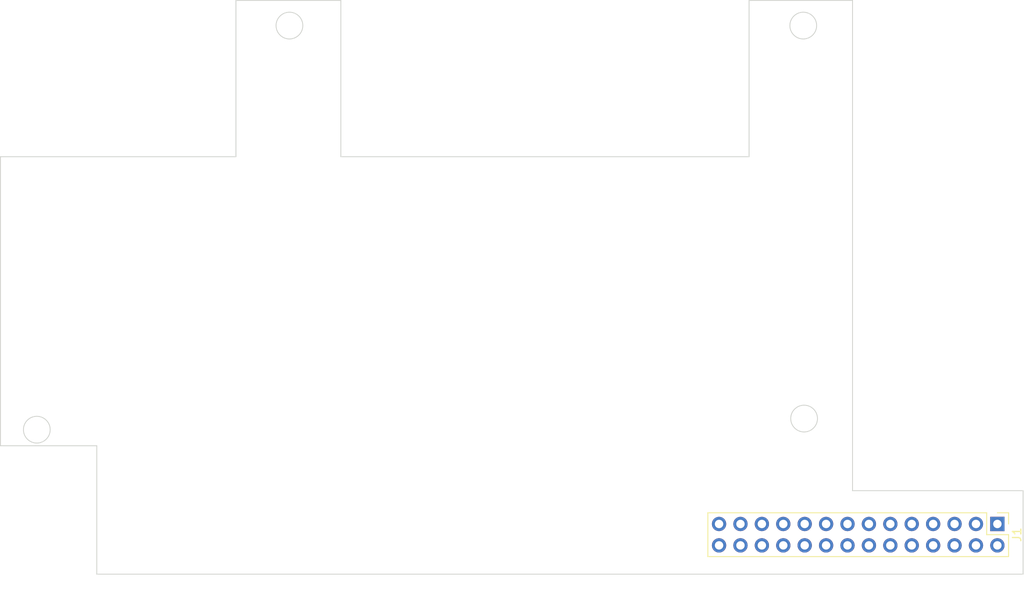
<source format=kicad_pcb>
(kicad_pcb (version 20221018) (generator pcbnew)
  (layers (0 "F.Cu" power) (1 "In1.Cu" signal) (2 "In2.Cu" signal) (31 "B.Cu" power) (34 "B.Paste" user) (35 "F.Paste" user) (36 "B.SilkS" user "B.Silkscreen") (37 "F.SilkS" user "F.Silkscreen") (38 "B.Mask" user) (39 "F.Mask" user) (44 "Edge.Cuts" user))
  (net 0 "")
  (net 1 "GND")
  (net 2 "+VDC")
  (net 3 "+3V3")
  (net 4 "D23")
  (net 5 "D19")
  (net 6 "D18")
  (net 7 "TX")
  (net 8 "RX")
  (net 9 "SCL")
  (net 10 "SDA")
  (net 11 "Z8")
  (net 12 "Z7")
  (net 13 "Z6")
  (net 14 "Z5")
  (net 15 "D26")
  (net 16 "D17")
  (net 17 "D16")
  (footprint "Connector_PinHeader_2.54mm:PinHeader_2x14_P2.54mm_Vertical" (layer "F.Cu") (at 170.349 121.0423 -90)
    (fp_text reference "J1" (at 1.27 -2.33 -90) (layer "F.SilkS"))
    (fp_text value "Conn_02x14_Odd_Even")
    (fp_line (start -1.33 -1.33) (end 0 -1.33) (stroke (width 0.12)) (layer "F.SilkS"))
    (fp_line (start -1.33 0) (end -1.33 -1.33) (stroke (width 0.12)) (layer "F.SilkS"))
    (fp_line (start -1.33 1.27) (end -1.33 34.35) (stroke (width 0.12)) (layer "F.SilkS"))
    (fp_line (start -1.33 1.27) (end 1.27 1.27) (stroke (width 0.12)) (layer "F.SilkS"))
    (fp_line (start -1.33 34.35) (end 3.87 34.35) (stroke (width 0.12)) (layer "F.SilkS"))
    (fp_line (start 1.27 -1.33) (end 3.87 -1.33) (stroke (width 0.12)) (layer "F.SilkS"))
    (fp_line (start 1.27 1.27) (end 1.27 -1.33) (stroke (width 0.12)) (layer "F.SilkS"))
    (fp_line (start 3.87 -1.33) (end 3.87 34.35) (stroke (width 0.12)) (layer "F.SilkS"))
    (pad "1" thru_hole rect (at 0 0 270) (size 1.7 1.7) (drill 1) (layers "*.Cu" "*.Mask") (net 2 "+VDC"))
    (pad "2" thru_hole oval (at 2.54 0 270) (size 1.7 1.7) (drill 1) (layers "*.Cu" "*.Mask") (net 7 "TX"))
    (pad "3" thru_hole oval (at 0 2.54 270) (size 1.7 1.7) (drill 1) (layers "*.Cu" "*.Mask") (net 2 "+VDC"))
    (pad "4" thru_hole oval (at 2.54 2.54 270) (size 1.7 1.7) (drill 1) (layers "*.Cu" "*.Mask") (net 8 "RX"))
    (pad "5" thru_hole oval (at 0 5.08 270) (size 1.7 1.7) (drill 1) (layers "*.Cu" "*.Mask") (net 2 "+VDC"))
    (pad "6" thru_hole oval (at 2.54 5.08 270) (size 1.7 1.7) (drill 1) (layers "*.Cu" "*.Mask") (net 11 "Z8"))
    (pad "7" thru_hole oval (at 0 7.62 270) (size 1.7 1.7) (drill 1) (layers "*.Cu" "*.Mask") (net 2 "+VDC"))
    (pad "8" thru_hole oval (at 2.54 7.62 270) (size 1.7 1.7) (drill 1) (layers "*.Cu" "*.Mask") (net 12 "Z7"))
    (pad "9" thru_hole oval (at 0 10.16 270) (size 1.7 1.7) (drill 1) (layers "*.Cu" "*.Mask") (net 2 "+VDC"))
    (pad "10" thru_hole oval (at 2.54 10.16 270) (size 1.7 1.7) (drill 1) (layers "*.Cu" "*.Mask") (net 13 "Z6"))
    (pad "11" thru_hole oval (at 0 12.7 270) (size 1.7 1.7) (drill 1) (layers "*.Cu" "*.Mask") (net 3 "+3V3"))
    (pad "12" thru_hole oval (at 2.54 12.7 270) (size 1.7 1.7) (drill 1) (layers "*.Cu" "*.Mask") (net 14 "Z5"))
    (pad "13" thru_hole oval (at 0 15.24 270) (size 1.7 1.7) (drill 1) (layers "*.Cu" "*.Mask") (net 3 "+3V3"))
    (pad "14" thru_hole oval (at 2.54 15.24 270) (size 1.7 1.7) (drill 1) (layers "*.Cu" "*.Mask") (net 15 "D26"))
    (pad "15" thru_hole oval (at 0 17.78 270) (size 1.7 1.7) (drill 1) (layers "*.Cu" "*.Mask") (net 3 "+3V3"))
    (pad "16" thru_hole oval (at 2.54 17.78 270) (size 1.7 1.7) (drill 1) (layers "*.Cu" "*.Mask") (net 4 "D23"))
    (pad "17" thru_hole oval (at 0 20.32 270) (size 1.7 1.7) (drill 1) (layers "*.Cu" "*.Mask") (net 3 "+3V3"))
    (pad "18" thru_hole oval (at 2.54 20.32 270) (size 1.7 1.7) (drill 1) (layers "*.Cu" "*.Mask") (net 5 "D19"))
    (pad "19" thru_hole oval (at 0 22.86 270) (size 1.7 1.7) (drill 1) (layers "*.Cu" "*.Mask") (net 1 "GND"))
    (pad "20" thru_hole oval (at 2.54 22.86 270) (size 1.7 1.7) (drill 1) (layers "*.Cu" "*.Mask") (net 6 "D18"))
    (pad "21" thru_hole oval (at 0 25.4 270) (size 1.7 1.7) (drill 1) (layers "*.Cu" "*.Mask") (net 1 "GND"))
    (pad "22" thru_hole oval (at 2.54 25.4 270) (size 1.7 1.7) (drill 1) (layers "*.Cu" "*.Mask") (net 16 "D17"))
    (pad "23" thru_hole oval (at 0 27.94 270) (size 1.7 1.7) (drill 1) (layers "*.Cu" "*.Mask") (net 1 "GND"))
    (pad "24" thru_hole oval (at 2.54 27.94 270) (size 1.7 1.7) (drill 1) (layers "*.Cu" "*.Mask") (net 17 "D16"))
    (pad "25" thru_hole oval (at 0 30.48 270) (size 1.7 1.7) (drill 1) (layers "*.Cu" "*.Mask") (net 1 "GND"))
    (pad "26" thru_hole oval (at 2.54 30.48 270) (size 1.7 1.7) (drill 1) (layers "*.Cu" "*.Mask") (net 9 "SCL"))
    (pad "27" thru_hole oval (at 0 33.02 270) (size 1.7 1.7) (drill 1) (layers "*.Cu" "*.Mask") (net 1 "GND"))
    (pad "28" thru_hole oval (at 2.54 33.02 270) (size 1.7 1.7) (drill 1) (layers "*.Cu" "*.Mask") (net 10 "SDA"))
  )
  (gr_line (start 63.5 127) (end 63.5 111.76) (stroke (width 0.1)) (layer "Edge.Cuts"))
  (gr_line (start 52.07 111.76) (end 63.5 111.76) (stroke (width 0.1)) (layer "Edge.Cuts"))
  (gr_line (start 52.07 111.76) (end 52.07 77.47) (stroke (width 0.1)) (layer "Edge.Cuts"))
  (gr_circle (center 56.388 109.855) (end 57.9755 109.855) (stroke (width 0.1)) (fill none) (layer "Edge.Cuts"))
  (gr_circle (center 147.418926 108.536569) (end 149.006426 108.536569) (stroke (width 0.1)) (fill none) (layer "Edge.Cuts"))
  (gr_circle (center 86.36 61.9125) (end 87.9475 61.9125) (stroke (width 0.1)) (fill none) (layer "Edge.Cuts"))
  (gr_circle (center 147.32 61.9125) (end 148.9075 61.9125) (stroke (width 0.1)) (fill none) (layer "Edge.Cuts"))
  (gr_line (start 92.456 58.928) (end 80.01 58.928) (stroke (width 0.1)) (layer "Edge.Cuts"))
  (gr_line (start 80.01 77.47) (end 52.07 77.47) (stroke (width 0.1)) (layer "Edge.Cuts"))
  (gr_line (start 153.167936 58.928) (end 140.8938 58.928) (stroke (width 0.1)) (layer "Edge.Cuts"))
  (gr_line (start 140.8938 77.47) (end 92.456 77.47) (stroke (width 0.1)) (layer "Edge.Cuts"))
  (gr_line (start 92.456 77.47) (end 92.456 58.928) (stroke (width 0.1)) (layer "Edge.Cuts"))
  (gr_line (start 63.5 127) (end 173.399526 127) (stroke (width 0.1)) (layer "Edge.Cuts"))
  (gr_line (start 173.399526 117.094) (end 153.167936 117.094) (stroke (width 0.1)) (layer "Edge.Cuts"))
  (gr_line (start 140.8938 58.928) (end 140.8938 77.47) (stroke (width 0.1)) (layer "Edge.Cuts"))
  (gr_line (start 80.01 58.928) (end 80.01 77.47) (stroke (width 0.1)) (layer "Edge.Cuts"))
  (gr_line (start 173.399526 127) (end 173.399526 117.094) (stroke (width 0.1)) (layer "Edge.Cuts"))
  (gr_line (start 153.167936 117.094) (end 153.167936 58.928) (stroke (width 0.1)) (layer "Edge.Cuts"))
)
</source>
